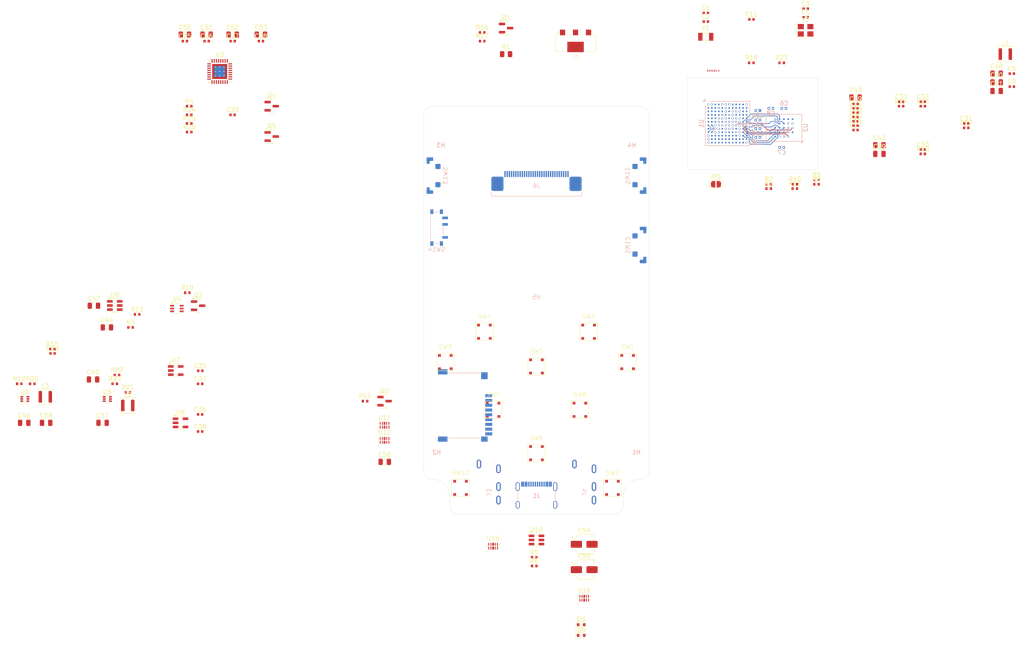
<source format=kicad_pcb>
(kicad_pcb (version 20241229) (generator "pcbnew") (generator_version "9.0")
  (layers (0 "F.Cu" mixed) (4 "In1.Cu" power "F.Gnd") (6 "In2.Cu" power "I.Gnd") (8 "In3.Cu" mixed "I.Cu") (10 "In4.Cu" power "B.Gnd") (2 "B.Cu" mixed) (13 "F.Paste" user) (15 "B.Paste" user) (5 "F.SilkS" user "F.Silkscreen") (7 "B.SilkS" user "B.Silkscreen") (1 "F.Mask" user) (3 "B.Mask" user) (25 "Edge.Cuts" user))
  (net 0 "")
  (net 1 "GND")
  (net 2 "/button_up")
  (net 3 "/button_down")
  (net 4 "/button_left")
  (net 5 "/button_right")
  (net 6 "/button_power")
  (net 7 "/button_select")
  (net 8 "/button_a")
  (net 9 "/button_b")
  (net 10 "/button_x")
  (net 11 "/button_y")
  (net 12 "/button_start")
  (net 13 "/button_vol+")
  (net 14 "/button_vol-")
  (net 15 "/button_hold")
  (net 16 "VBUS")
  (net 17 "/audio/hp_mic")
  (net 18 "/audio/hp_left")
  (net 19 "/audio/hp_com")
  (net 20 "/audio/hp_right")
  (net 21 "/lo_detect")
  (net 22 "+3V0_VBAT")
  (net 23 "+3V3")
  (net 24 "/lcd.d1")
  (net 25 "/lcd.d2")
  (net 26 "/lcd.wrx")
  (net 27 "/lcd.d6")
  (net 28 "/lcd.d3")
  (net 29 "/lcd.rdx")
  (net 30 "/lcd_reset")
  (net 31 "/lcd.d7")
  (net 32 "/lcd.d5")
  (net 33 "/lcd.d0")
  (net 34 "/lcd_led_k")
  (net 35 "/lcd.dcx")
  (net 36 "/lcd.d4")
  (net 37 "/lcd.cs")
  (net 38 "/lcd_led_a")
  (net 39 "+1V8")
  (net 40 "/osc32k_in")
  (net 41 "/osc24m_in")
  (net 42 "/osc32k_out")
  (net 43 "/osc24m_out")
  (net 44 "/audio/dvdd")
  (net 45 "/audio/avdd")
  (net 46 "/audio/lo_right")
  (net 47 "/audio/lo_left")
  (net 48 "/vlxsmps")
  (net 49 "/vfbsmps")
  (net 50 "/cpu_power_on")
  (net 51 "/rtc_wakeup")
  (net 52 "/sdmmc_pwr")
  (net 53 "/sdmmc.cmd")
  (net 54 "/sdmmc.d1")
  (net 55 "/sdmmc.d0")
  (net 56 "/sdmmc.clk")
  (net 57 "/sdmmc.d3")
  (net 58 "/sdmmc_detect")
  (net 59 "/sdmmc.d2")
  (net 60 "/fmc_nwait")
  (net 61 "/hp_micbutton+")
  (net 62 "/hp_micbutton-")
  (net 63 "/boot0")
  (net 64 "/usb_d-")
  (net 65 "/usb_d+")
  (net 66 "/codec_avdd_en")
  (net 67 "/codec_dvdd_en")
  (net 68 "/sdmmc_pwr_en")
  (net 69 "/backlight_pwm")
  (net 70 "/chg_enable")
  (net 71 "/adc_vbus")
  (net 72 "/adc_vbat")
  (net 73 "/codec_reset")
  (net 74 "/audio/micbias")
  (net 75 "/codec_ctl.scl")
  (net 76 "/codec_ctl.sda")
  (net 77 "/chg_charging")
  (net 78 "/codec.wclk")
  (net 79 "/codec.mclk")
  (net 80 "/codec.bclk")
  (net 81 "/codec.drec")
  (net 82 "/codec.dplay")
  (net 83 "/uart_rx")
  (net 84 "/swd.io")
  (net 85 "/xspi_reset")
  (net 86 "/xspi.ck+")
  (net 87 "/xspi.cs")
  (net 88 "/xspi.d1")
  (net 89 "/xspi.d7")
  (net 90 "/xspi.dqs0")
  (net 91 "/xspi.ck-")
  (net 92 "/swd.clk")
  (net 93 "/swd.nrst")
  (net 94 "/xspi.d4")
  (net 95 "/xspi.d5")
  (net 96 "/xspi.d6")
  (net 97 "/xspi.d3")
  (net 98 "/uart_tx")
  (net 99 "/xspi.d0")
  (net 100 "/xspi.d2")
  (net 101 "Net-(U3-MIC2R{slash}LINE2R)")
  (net 102 "Net-(D5-K)")
  (net 103 "Net-(D6-K)")
  (net 104 "Net-(J1-D+-PadA6)")
  (net 105 "Net-(J1-CC2)")
  (net 107 "Net-(J1-D--PadA7)")
  (net 109 "Net-(J1-CC1)")
  (net 148 "/usb_hs_d-")
  (net 149 "/usb_hs_d+")
  (net 150 "/vcap")
  (net 151 "/vddldo")
  (net 152 "/dvdd")
  (net 153 "/power/reg_en")
  (net 154 "/power/power_vsys")
  (net 155 "+3V0_AUDIO")
  (net 156 "VBAT")
  (net 158 "Net-(U5-SW)")
  (net 159 "Net-(U6-SW)")
  (net 160 "Net-(Q3-G)")
  (net 161 "Net-(U9-PROG)")
  (net 162 "Net-(U6-FB)")
  (net 163 "Net-(U5-FB)")
  (footprint "echoplayer:Switch_SHOUHAN_TS3735PA" (layer "F.Cu") (at 157.5 128)
    (property "Reference" "SW8")
    (property "Value" "DPAD→")
  )
  (footprint "echoplayer:Switch_SHOUHAN_TS3735PA" (layer "F.Cu") (at 168.5 117)
    (property "Reference" "SW1")
    (property "Value" "A")
  )
  (footprint "Capacitor_SMD:C_0402_1005Metric" (layer "F.Cu") (at 70.02 133)
    (property "Reference" "C38")
    (property "Value" "1 µF")
  )
  (footprint "Inductor_SMD:L_Changjiang_FNR3015S" (layer "F.Cu") (at 255.5 46)
    (property "Reference" "L1")
    (property "Value" "2.2 µH")
  )
  (footprint "Capacitor_SMD:C_0805_2012Metric" (layer "F.Cu") (at 45.35 121)
    (property "Reference" "C45")
    (property "Value" "4.7 µF")
  )
  (footprint "Resistor_SMD:R_0402_1005Metric" (layer "F.Cu") (at 67.5 61.98)
    (property "Reference" "R25")
    (property "Value" "68 kΩ")
  )
  (footprint "Capacitor_SMD:C_0402_1005Metric" (layer "F.Cu") (at 77.5 60)
    (property "Reference" "C39")
    (property "Value" "1 µF")
  )
  (footprint "Capacitor_SMD:C_0402_1005Metric" (layer "F.Cu") (at 221 63.5)
    (property "Reference" "C17")
    (property "Value" "100 nF")
  )
  (footprint "Resistor_SMD:R_0402_1005Metric" (layer "F.Cu") (at 207.01 77)
    (property "Reference" "R11")
    (property "Value" "15 kΩ")
  )
  (footprint "Capacitor_SMD:C_0805_2012Metric" (layer "F.Cu") (at 66.52 41.5)
    (property "Reference" "C50")
    (property "Value" "10 µF")
  )
  (footprint "Capacitor_SMD:C_0402_1005Metric" (layer "F.Cu") (at 71.52 43)
    (property "Reference" "C26")
    (property "Value" "100 nF")
  )
  (footprint "Capacitor_SMD:C_0805_2012Metric" (layer "F.Cu") (at 34.55 131)
    (property "Reference" "C58")
    (property "Value" "22 µF")
  )
  (footprint "echoplayer:NetTie_0.15mm_SMD" (layer "F.Cu") (at 189.5 49.825 -90)
    (property "Reference" "NT11" (hide yes))
    (property "Value" "NetTie_2" (hide yes))
  )
  (footprint "Capacitor_SMD:C_0402_1005Metric" (layer "F.Cu") (at 231.5 58)
    (property "Reference" "C14")
    (property "Value" "100 nF")
  )
  (footprint "echoplayer:NetTie_0.15mm_SMD" (layer "F.Cu") (at 187.7 49.825 90)
    (property "Reference" "NT1" (hide yes))
    (property "Value" "NetTie_2" (hide yes))
  )
  (footprint "Package_TO_SOT_SMD:SOT-23" (layer "F.Cu") (at 140.5 40)
    (property "Reference" "Q1")
    (property "Value" "AO3401A")
  )
  (footprint "Resistor_SMD:R_0402_1005Metric" (layer "F.Cu") (at 50.35 122)
    (property "Reference" "R23")
    (property "Value" "68 kΩ")
  )
  (footprint "Capacitor_SMD:C_0402_1005Metric" (layer "F.Cu") (at 236.5 68)
    (property "Reference" "C30")
    (property "Value" "1 µF")
  )
  (footprint "Resistor_SMD:R_0402_1005Metric" (layer "F.Cu") (at 53.35 124)
    (property "Reference" "R21")
    (property "Value" "68 kΩ")
  )
  (footprint "Capacitor_SMD:C_0402_1005Metric" (layer "F.Cu") (at 221 60.5)
    (property "Reference" "C23")
    (property "Value" "100 nF")
  )
  (footprint "Capacitor_SMD:C_0402_1005Metric" (layer "F.Cu") (at 231.5 57)
    (property "Reference" "C33")
    (property "Value" "1 µF")
  )
  (footprint "echoplayer:TECHPUBLIC_UDFN-10_1.0x2.5mm_P0.5mm" (layer "F.Cu") (at 137.5 159.4375)
    (property "Reference" "U15")
    (property "Value" "TPAZ1143-04F")
  )
  (footprint "Capacitor_SMD:C_0805_2012Metric" (layer "F.Cu") (at 253.5 52.5)
    (property "Reference" "C40")
    (property "Value" "4.7 µF")
  )
  (footprint "Package_TO_SOT_SMD:SOT-23" (layer "F.Cu") (at 69.5625 104)
    (property "Reference" "Q3")
    (property "Value" "AO3401A")
  )
  (footprint "Resistor_SMD:R_0402_1005Metric" (layer "F.Cu") (at 146.99 162.01)
    (property "Reference" "R5")
    (property "Value" "5.1 kΩ")
  )
  (footprint "echoplayer:NetTie_0.15mm_SMD" (layer "F.Cu") (at 188.9 49.825 90)
    (property "Reference" "NT5" (hide yes))
    (property "Value" "NetTie_2" (hide yes))
  )
  (footprint "Resistor_SMD:R_0402_1005Metric" (layer "F.Cu") (at 134.99 43)
    (property "Reference" "R17")
    (property "Value" "68 kΩ")
  )
  (footprint "Resistor_SMD:R_0402_1005Metric" (layer "F.Cu") (at 28.35 122)
    (property "Reference" "R12")
    (property "Value" "15 kΩ")
  )
  (footprint "Resistor_SMD:R_0805_2012Metric" (layer "F.Cu") (at 140.5 46)
    (property "Reference" "R1")
    (property "Value" "3.9 Ω, 125 mW")
  )
  (footprint "Resistor_SMD:R_0402_1005Metric" (layer "F.Cu") (at 67.5 63.97)
    (property "Reference" "R26")
    (property "Value" "68 kΩ")
  )
  (footprint "Capacitor_SMD:C_0402_1005Metric" (layer "F.Cu") (at 236.5 58)
    (property "Reference" "C13")
    (property "Value" "100 nF")
  )
  (footprint "Package_TO_SOT_SMD:TSOT-23-6" (layer "F.Cu") (at 50.3625 103.95)
    (property "Reference" "U9")
    (property "Value" "TP4057")
  )
  (footprint "Resistor_SMD:R_0402_1005Metric" (layer "F.Cu") (at 212.01 75)
    (property "Reference" "R9")
    (property "Value" "15 kΩ")
  )
  (footprint "Diode_SMD:D_SOD-523" (layer "F.Cu") (at 157.8 180)
    (property "Reference" "D6")
    (property "Value" "ESD5Z3.3C")
  )
  (footprint "Diode_SMD:D_SOD-523" (layer "F.Cu") (at 157.8 177.55)
    (property "Reference" "D5")
    (property "Value" "ESD5Z3.3C")
  )
  (footprint "echoplayer:Switch_SHOUHAN_TS3735PA" (layer "F.Cu") (at 147.5 118)
    (property "Reference" "SW5")
    (property "Value" "DPAD↑")
  )
  (footprint "Resistor_SMD:R_0402_1005Metric" (layer "F.Cu") (at 31.35 122)
    (property "Reference" "R20")
    (property "Value" "68 kΩ")
  )
  (footprint "Capacitor_SMD:C_0402_1005Metric" (layer "F.Cu") (at 186.52 36.53)
    (property "Reference" "C1")
    (property "Value" "10 pF")
  )
  (footprint "Capacitor_SMD:C_0805_2012Metric" (layer "F.Cu") (at 45.55 104)
    (property "Reference" "C47")
    (property "Value" "4.7 µF")
  )
  (footprint "Package_TO_SOT_SMD:SOT-23" (layer "F.Cu") (at 86.5 65)
    (property "Reference" "Q5")
    (property "Value" "AO3401A")
  )
  (footprint "Capacitor_SMD:C_0402_1005Metric" (layer "F.Cu") (at 236.5 69)
    (property "Reference" "C10")
    (property "Value" "100 nF")
  )
  (footprint "Package_DFN_QFN:Texas_RHB0032E_VQFN-32-1EP_5x5mm_P0.5mm_EP3.45x3.45mm_ThermalVias" (layer "F.Cu") (at 74.52 50)
    (property "Reference" "U3")
    (property "Value" "TLV320AIC3104")
  )
  (footprint "Capacitor_SMD:C_0805_2012Metric" (layer "F.Cu") (at 71.52 41.5)
    (property "Reference" "C51")
    (property "Value" "10 µF")
  )
  (footprint "Resistor_SMD:R_0402_1005Metric" (layer "F.Cu") (at 35.99 114)
    (property "Reference" "R15")
    (property "Value" "68 kΩ")
  )
  (footprint "Capacitor_SMD:C_0402_1005Metric" (layer "F.Cu") (at 221 59.5)
    (property "Reference" "C15")
    (property "Value" "100 nF")
  )
  (footprint "Capacitor_SMD:C_0402_1005Metric" (layer "F.Cu") (at 70.02 129.06)
    (property "Reference" "C36")
    (property "Value" "1 µF")
  )
  (footprint "Resistor_SMD:R_0402_1005Metric" (layer "F.Cu") (at 146.99 164)
    (property "Reference" "R6")
    (property "Value" "5.1 kΩ")
  )
  (footprint "Capacitor_SMD:C_0402_1005Metric" (layer "F.Cu") (at 209.52 35.53)
    (property "Reference" "C3")
    (property "Value" "10 pF")
  )
  (footprint "Capacitor_SMD:C_0805_2012Metric" (layer "F.Cu") (at 221 56)
    (property "Reference" "C43")
    (property "Value" "4.7 µF")
  )
  (footprint "echoplayer:Switch_SHOUHAN_TS3735PA" (layer "F.Cu") (at 159.5 110)
    (property "Reference" "SW2")
    (property "Value" "B")
  )
  (footprint "echoplayer:Switch_SHOUHAN_TS3735PA" (layer "F.Cu") (at 130 146)
    (property "Reference" "SW10")
    (property "Value" "SELECT")
  )
  (footprint "Capacitor_SMD:C_0402_1005Metric" (layer "F.Cu") (at 77.52 43)
    (property "Reference" "C27")
    (property "Value" "100 nF")
  )
  (footprint "Resistor_SMD:R_0402_1005Metric" (layer "F.Cu") (at 203.99 48)
    (property "Reference" "R27")
    (property "Value" "68 kΩ")
  )
  (footprint "Resistor_SMD:R_0402_1005Metric" (layer "F.Cu") (at 200.99 76)
    (property "Reference" "R2")
    (property "Value" "2.2 kΩ")
  )
  (footprint "Capacitor_SMD:C_0402_1005Metric" (layer "F.Cu") (at 257 50.5)
    (property "Reference" "C5")
    (property "Value" "220 pF")
  )
  (footprint "Capacitor_SMD:C_0805_2012Metric" (layer "F.Cu") (at 84.02 41.5)
    (property "Reference" "C53")
    (property "Value" "10 µF")
  )
  (footprint "Jumper:SolderJumper-2_P1.3mm_Open_RoundedPad1.0x1.5mm" (layer "F.Cu") (at 188.85 76)
    (property "Reference" "JP1")
    (property "Value" "SolderJumper_2_Open")
  )
  (footprint "echoplayer:NetTie_0.15mm_SMD" (layer "F.Cu") (at 188.1 49.825 90)
    (property "Reference" "NT10" (hide yes))
    (property "Value" "NetTie_2" (hide yes))
  )
  (footprint "Resistor_SMD:R_0402_1005Metric" (layer "F.Cu") (at 67.5 58)
    (property "Reference" "R4")
    (property "Value" "2.2 kΩ")
  )
  (footprint "echoplayer:Switch_SHOUHAN_TS3735PA" (layer "F.Cu") (at 147.5 138)
    (property "Reference" "SW6")
    (property "Value" "DPAD↓")
  )
  (footprint "Package_TO_SOT_SMD:SOT-23-5" (layer "F.Cu") (at 64.4025 118.95)
    (property "Reference" "U7")
    (property "Value" "AP2125K-3.0")
  )
  (footprint "Package_TO_SOT_SMD:SOT-23-5" (layer "F.Cu") (at 65.5 131)
    (property "Reference" "U8")
    (property "Value" "AP2125K-3.0")
  )
  (footprint "Capacitor_SMD:C_0805_2012Metric" (layer "F.Cu") (at 226.5 67)
    (property "Reference" "C42")
    (property "Value" "4.7 µF")
  )
  (footprint "Capacitor_SMD:CP_Elec_4x5.4" (layer "F.Cu") (at 158.5 164.85)
    (property "Reference" "C55")
    (property "Value" "10 µF/Al")
  )
  (footprint "Capacitor_SMD:C_0402_1005Metric" (layer "F.Cu") (at 221 57.5)
    (property "Reference" "C19")
    (property "Value" "100 nF")
  )
  (footprint "Capacitor_SMD:CP_Elec_4x5.4" (layer "F.Cu") (at 158.5 159)
    (property "Reference" "C54")
    (property "Value" "10 µF/Al")
  )
  (footprint "Capacitor_SMD:C_0805_2012Metric" (layer "F.Cu") (at 253.5 50.5)
    (property "Reference" "C48")
    (property "Value" "10 µF")
  )
  (footprint "Capacitor_SMD:C_0402_1005Metric" (layer "F.Cu") (at 257 53.5)
    (property "Reference" "C9")
    (property "Value" "100 nF")
  )
  (footprint "Crystal:Crystal_SMD_3225-4Pin_3.2x2.5mm" (layer "F.Cu") (at 209.5 40.5)
    (property "Reference" "Y2")
    (property "Value" "XTM32024000JT00351001")
  )
  (footprint "Resistor_SMD:R_0402_1005Metric" (layer "F.Cu") (at 67.5 59.99)
    (property "Reference" "R24")
    (property "Value" "68 kΩ")
  )
  (footprint "echoplayer:NetTie_0.15mm_SMD" (layer "F.Cu") (at 186.9 49.825 90)
    (property "Reference" "NT6" (hide yes))
    (property "Value" "NetTie_2" (hide yes))
  )
  (footprint "Package_TO_SOT_SMD:SOT-563" (layer "F.Cu") (at 48.6375 125.5)
    (property "Reference" "U5")
    (property "Value" "TPS62A01DRLR")
  )
  (footprint "Capacitor_SMD:C_0402_1005Metric" (layer "F.Cu") (at 197.02 38)
    (property "Reference" "C11")
    (property "Value" "100 nF")
  )
  (footprint "Resistor_SMD:R_0402_1005Metric" (layer "F.Cu") (at 196.99 48)
    (property "Reference" "R18")
    (property "Value" "68 kΩ")
  )
  (footprint "echoplayer:NetTie_0.15mm_SMD" (layer "F.Cu") (at 188.5 49.825 90)
    (property "Reference" "NT4" (hide yes))
    (property "Value" "NetTie_2" (hide yes))
  )
  (footprint "Package_TO_SOT_SMD:Texas_R-PDSO-G6" (layer "F.Cu") (at 64.6625 104.65)
    (property "Reference" "U4")
    (property "Value" "LM66100DCK")
  )
  (footprint "echoplayer:TECHPUBLIC_UDFN-10_1.0x2.5mm_P0.5mm" (layer "F.Cu") (at 158.5 171.4375)
    (property "Reference" "U16")
    (property "Value" "TPAZ1143-04F")
  )
  (footprint "echoplayer:Switch_SHOUHAN_TS3735PA" (layer "F.Cu") (at 137.5 128)
    (property "Reference" "SW7")
    (property "Value" "DPAD←")
  )
  (footprint "Capacitor_SMD:C_0402_1005Metric" (layer "F.Cu") (at 221 62.5)
    (property "Reference" "C16")
    (property "Value" "100 nF")
  )
  (footprint "Resistor_SMD:R_0402_1005Metric" (layer "F.Cu") (at 50.86 120)
    (property "Reference" "R22")
    (property "Value" "68 kΩ")
  )
  (footprint "Inductor_SMD:L_Changjiang_FNR3015S" (layer "F.Cu") (at 53.35 127)
    (property "Reference" "L2")
    (property "Value" "2.2 µH")
  )
  (footprint "echoplayer:TECHPUBLIC_UDFN-10_1.0x2.5mm_P0.5mm" (layer "F.Cu") (at 112.5 131.5625)
    (property "Reference" "U11")
    (property "Value" "TPAZ1143-04F")
  )
  (footprint "Crystal:Crystal_SMD_3215-2Pin_3.2x1.5mm" (layer "F.Cu") (at 186.5 42)
    (property "Reference" "Y1")
    (property "Value" "SC-32S32.768kHz20PPM12.5pF")
  )
  (footprint "echoplayer:Switch_SHOUHAN_TS3735PA" (layer "F.Cu") (at 126.5 117)
    (property "Reference" "SW3")
    (property "Value" "X")
  )
  (footprint "Capacitor_SMD:C_0402_1005Metric" (layer "F.Cu") (at 84.02 43)
    (property "Reference" "C28")
    (property "Value" "100 nF")
  )
  (footprint "Resistor_SMD:R_0402_1005Metric" (layer "F.Cu") (at 134.99 41.01)
    (property "Reference" "R16")
    (property "Value" "68 kΩ")
  )
  (footprint "Capacitor_SMD:C_0805_2012Metric" (layer "F.Cu") (at 48.55 109)
    (property "Reference" "C44")
    (property "Value" "4.7 µF")
  )
  (footprint "Capacitor_SMD:C_0402_1005Metric" (layer "F.Cu") (at 186.52 38.5)
    (property "Reference" "C2")
    (property "Value" "10 pF")
  )
  (footprint "Capacitor_SMD:C_0402_1005Metric" (layer "F.Cu") (at 36.02 115)
    (property "Reference" "C29")
    (property "Value" "1 µF")
  )
  (footprint "echoplayer:Conn_GT-BTP30003-xxxxA-016A" (layer "F.Cu") (at 156.5 42.35)
    (property "Reference" "J5")
    (property "Value" "GT-BTP30003-xxxA-16A")
  )
  (footprint "echoplayer:Switch_SHOUHAN_TS3735PA" (layer "F.Cu") (at 165 146)
    (property "Reference" "SW9")
    (property "Value" "START")
  )
  (footprint "Resistor_SMD:R_0402_1005Metric" (layer "F.Cu") (at 55.5 106)
    (property "Reference" "R13")
    (property "Value" "15 kΩ")
  )
  (footprint "Resistor_SMD:R_0402_1005Metric" (layer "F.Cu") (at 212.01 76)
    (property "Reference" "R8")
    (property "Value" "15 kΩ")
  )
  (footprint "Inductor_SMD:L_Changjiang_FNR3015S" (layer "F.Cu") (at 34.35 125)
    (property "Reference" "L3")
    (property "Value" "2.2 µH")
  )
  (footprint "Package_TO_SOT_SMD:SOT-23" (layer "F.Cu") (at 112.5 126)
    (property "Reference" "Q2")
    (property "Value" "AO3401A")
  )
  (footprint "Capacitor_SMD:C_0402_1005Metric" (layer "F.Cu") (at 221 58.5)
    (property "Reference" "C21")
    (property "Value" "100 nF")
  )
  (footprint "Capacitor_SMD:C_0805_2012Metric" (layer "F.Cu") (at 77.52 41.5)
    (property "Reference" "C52")
    (property "Value" "10 µF")
  )
  (footprint "Capacitor_SMD:C_0402_1005Metric" (layer "F.Cu") (at 209.52 37.5)
    (property "Reference" "C4")
    (property "Value" "10 pF")
  )
  (footprint "Capacitor_SMD:C_0402_1005Metric" (layer "F.Cu") (at 236.5 57)
    (property "Reference" "C32")
    (property "Value" "1 µF")
  )
  (footprint "Resistor_SMD:R_0402_1005Metric" (layer "F.Cu") (at 108.01 126)
    (property "Reference" "R14")
    (property "Value" "68 kΩ")
  )
  (footprint "Package_TO_SOT_SMD:SOT-23" (layer "F.Cu") (at 86.5 58)
    (property "Reference" "Q4")
    (property "Value" "AO3401A")
  )
  (footprint "echoplayer:TECHPUBLIC_UDFN-10_1.0x2.5mm_P0.5mm" (layer "F.Cu") (at 112.5 135.0475)
    (property "Reference" "U12")
    (property "Value" "TPAZ1143-04F")
  )
  (footprint "Capacitor_SMD:C_0402_1005Metric" (layer "F.Cu") (at 246.5 62)
    (property "Reference" "C31")
    (property "Value" "1 µF")
  )
  (footprint "Resistor_SMD:R_0402_1005Metric" (layer "F.Cu") (at 207.01 76)
    (property "Reference" "R10")
    (property "Value" "15 kΩ")
  )
  (footprint "echoplayer:Switch_SHOUHAN_TS3735PA" (layer "F.Cu") (at 135.5 110)
    (property "Reference" "SW4")
    (property "Value" "Y")
  )
  (footprint "Capacitor_SMD:C_0402_1005Metric" (layer "F.Cu") (at 70.06 119)
    (property "Reference" "C35")
    (property "Value" "1 µF")
  )
  (footprint "Resistor_SMD:R_0402_1005Metric" (layer "F.Cu") (at 200.99 77)
    (property "Reference" "R7")
    (property "Value" "5.1 kΩ")
  )
  (footprint "Capacitor_SMD:C_0402_1005Metric" (layer "F.Cu") (at 246.5 63)
    (property "Reference" "C12")
    (property "Value" "100 nF")
  )
  (footprint "Capacitor_SMD:C_0805_2012Metric" (layer "F.Cu") (at 112.55 140)
    (property "Reference" "C56")
    (property "Value" "22 µF")
  )
  (footprint "Resistor_SMD:R_0402_1005Metric" (layer "F.Cu") (at 53.99 109)
    (property "Reference" "R3")
    (property "Value" "2.2 kΩ")
  )
  (footprint "Capacitor_SMD:C_0402_1005Metric" (layer "F.Cu") (at 70.02 122)
    (property "Reference" "C37")
    (property "Value" "1 µF")
  )
  (footprint "Package_TO_SOT_SMD:SOT-23-6" (layer "F.Cu") (at 147.5 158)
    (property "Reference" "U10")
    (property "Value" "USBLC6-2SC6")
  )
  (footprint "Capacitor_SMD:C_0805_2012Metric" (layer "F.Cu") (at 29.5 131)
    (property "Reference" "C46")
    (property "Value" "4.7 µF")
  )
  (footprint "Capacitor_SMD:C_0805_2012Metric" (layer "F.Cu") (at 47.55 131)
    (property "Reference" "C57")
    (property "Value" "22 µF")
  )
  (footprint "Capacitor_SMD:C_0402_1005Metric" (layer "F.Cu") (at 66.52 43)
    (property "Reference" "C25")
    (property "Value" "100 nF")
  )
  (footprint "Resistor_SMD:R_0402_1005Metric" (layer "F.Cu") (at 67.0525 101)
    (property "Reference" "R19")
    (property "Value" "68 kΩ")
  )
  (footprint "Package_TO_SOT_SMD:SOT-563" (layer "F.Cu") (at 29.6375 125.5)
    (property "Reference" "U6")
    (property "Value" "TPS62A01DRLR")
  )
  (footprint "Capacitor_SMD:C_0805_2012Metric" (layer "F.Cu") (at 226.5 69)
    (property "Reference" "C49")
    (property "Value" "10 µF")
  )
  (footprint "Capacitor_SMD:C_0805_2012Metric" (layer "F.Cu") (at 253.5 54.5)
    (property "Reference" "C41")
    (property "Value" "4.7 µF")
  )
  (footprint "echoplayer:NetTie_0.15mm_SMD" (layer "F.Cu") (at 187.3 49.825 90)
    (property "Reference" "NT7" (hide yes))
    (property "Value" "NetTie_2" (hide yes))
  )
  (footprint "Capacitor_SMD:C_0402_1005Metric" (layer "F.Cu") (at 221 61.5)
    (property "Reference" "C24")
    (property "Value" "100 nF")
  )
  (footprint "Package_BGA:UFBGA-144_10x10mm_Layout12x12_P0.8mm" (layer "B.Cu") (at 191.5 62 -90)
    (property "Reference" "U1")
    (property "Value" "STM32H7R3Z8Jx")
  )
  (footprint "Capacitor_SMD:C_0402_1005Metric" (layer "B.Cu") (at 204 67.5)
    (property "Reference" "C7")
    (property "Value" "100 nF")
  )
  (footprint "MountingHole:MountingHole_2.2mm_M2" (layer "B.Cu") (at 170.5 141 180)
    (property "Reference" "H1")
    (property "Value" "M2x2mm")
  )
  (footprint "echoplayer:Jack_3.5mm_HCTL_HC-PJ-320A-4P-D" (layer "B.Cu") (at 158.5 147 90)
    (property "Reference" "J4")
    (property "Value" "LO_3.5mm")
  )
  (footprint "Capacitor_SMD:C_0402_1005Metric" (layer "B.Cu") (at 198.5 65.2)
    (property "Reference" "C18")
    (property "Value" "100 nF")
  )
  (footprint "echoplayer:Switch_HROPARTS_K2-1112SA-A4DW-01" (layer "B.Cu") (at 171.5 90 90)
    (property "Reference" "SW12")
    (property "Value" "VOL-")
  )
  (footprint "echoplayer:Conn_Jushuo_AFC07-S30ECA-00_RTL" (layer "B.Cu") (at 147.5 74.35 180)
    (property "Reference" "J6")
    (property "Value" "AFC07-S30ECA-00")
  )
  (footprint "echoplayer:Switch_SHOUHAN_MSK12C02-HB" (layer "B.Cu") (at 124.5 86 -90)
    (property "Reference" "SW14")
    (property "Value" "HOLD")
  )
  (footprint "echoplayer:Jack_3.5mm_HCTL_HC-PJ-320A-4P-D" (layer "B.Cu") (at 136.5 147 90)
    (property "Reference" "J3")
    (property "Value" "HP_3.5mm")
  )
  (footprint "Capacitor_SMD:C_0402_1005Metric" (layer "B.Cu") (at 201.5 58.5)
    (property "Reference" "C8")
    (property "Value" "100 nF")
  )
  (footprint "Capacitor_SMD:C_0402_1005Metric" (layer "B.Cu") (at 198.5 61.2)
    (property "Reference" "C22")
    (property "Value" "100 nF")
  )
  (footprint "echoplayer:Switch_HROPARTS_K2-1112SA-A4DW-01" (layer "B.Cu") (at 123.5 74 -90)
    (property "Reference" "SW13")
    (property "Value" "POWER")
  )
  (footprint "echoplayer:USB_C-Hroparts-TYPE-C-31-M-12" (layer "B.Cu") (at 147.5 146.21 180)
    (property "Reference" "J1")
    (property "Value" "TYPE-C-31-M-12")
  )
  (footprint "echoplayer:NetTie_0.10mm_SMD" (layer "B.Cu") (at 187.5 63.2 -90)
    (property "Reference" "NT9" (hide yes))
    (property "Value" "NetTie_2" (hide yes))
  )
  (footprint "MountingHole:MountingHole_4mm" (layer "B.Cu") (at 125.5 62)
    (property "Reference" "H3")
    (property "Value" "4mm")
  )
  (footprint "echoplayer:Slot_38x2mm" (layer "B.Cu") (at 147.5 104 180)
    (property "Reference" "H5")
    (property "Value" "38x2mm")
  )
  (footprint "Capacitor_SMD:C_0402_1005Metric" (layer "B.Cu") (at 198.5 59)
    (property "Reference" "C34")
    (property "Value" "1 µF")
  )
  (footprint "MountingHole:MountingHole_4mm" (layer "B.Cu") (at 169.5 62)
    (property "Reference" "H4")
    (property "Value" "4mm")
  )
  (footprint "echoplayer:microSD_XUNPU_TF-115" (layer "B.Cu") (at 129.5 127 90)
    (property "Reference" "J2" (hide yes))
    (property "Value" "TF-115")
  )
  (footprint "echoplayer:Switch_HROPARTS_K2-1112SA-A4DW-01" (layer "B.Cu") (at 171.5 74 90)
    (property "Reference" "SW11")
    (property "Value" "VOL+")
  )
  (footprint "MountingHole:MountingHole_2.2mm_M2" (layer "B.Cu") (at 124.5 141 180)
    (property "Reference" "H2")
    (property "Value" "M2x2mm")
  )
  (footprint "Capacitor_SMD:C_0402_1005Metric" (layer "B.Cu") (at 198.5 63.2)
    (property "Reference" "C20")
    (property "Value" "100 nF")
  )
  (footprint "Capacitor_SMD:C_0402_1005Metric" (layer "B.Cu") (at 204.5 58.5 180)
    (property "Reference" "C6")
    (property "Value" "100 nF")
  )
  (footprint "echoplayer:TFBGA-24_6x8mm_Layout5x5_P1.0mm_Ball0.4mm" (layer "B.Cu") (at 204.5 63 90)
    (property "Reference" "U2")
    (property "Value" "W958D8NBYA5I")
  )
  (footprint "echoplayer:NetTie_0.10mm_SMD" (layer "B.Cu") (at 188.3 63.2 -90)
    (property "Reference" "NT8" (hide yes))
    (property "Value" "NetTie_2" (hide yes))
  )
  (gr_line (start 129.5 152) (end 165.5 152) (stroke (width 0.05)) (layer "Edge.Cuts"))
  (gr_arc (start 121.5 60) (mid 122.085786 58.585786) (end 123.5 58) (stroke (width 0.05)) (layer "Edge.Cuts"))
  (gr_line (start 127.5 150) (end 127.5 148) (stroke (width 0.05)) (layer "Edge.Cuts"))
  (gr_arc (start 123.5 144) (mid 126.328427 145.171573) (end 127.5 148) (stroke (width 0.05)) (layer "Edge.Cuts"))
  (gr_arc (start 173.5 142) (mid 172.914214 143.414214) (end 171.5 144) (stroke (width 0.05)) (layer "Edge.Cuts"))
  (gr_line (start 167.5 150) (end 167.5 148) (stroke (width 0.05)) (layer "Edge.Cuts"))
  (gr_arc (start 129.5 152) (mid 128.085786 151.414214) (end 127.5 150) (stroke (width 0.05)) (layer "Edge.Cuts"))
  (gr_line (start 121.5 60) (end 121.5 142) (stroke (width 0.05)) (layer "Edge.Cuts"))
  (gr_arc (start 167.5 150) (mid 166.914214 151.414214) (end 165.5 152) (stroke (width 0.05)) (layer "Edge.Cuts"))
  (gr_line (start 171.5 58) (end 123.5 58) (stroke (width 0.05)) (layer "Edge.Cuts"))
  (gr_line (start 173.5 142) (end 173.5 60) (stroke (width 0.05)) (layer "Edge.Cuts"))
  (gr_arc (start 171.5 58) (mid 172.914214 58.585786) (end 173.5 60) (stroke (width 0.05)) (layer "Edge.Cuts"))
  (gr_rect (start 182.3 51.4) (end 212.3 72.6) (stroke (width 0.05)) (fill no) (layer "Edge.Cuts"))
  (gr_arc (start 167.5 148) (mid 168.671573 145.171573) (end 171.5 144) (stroke (width 0.05)) (layer "Edge.Cuts"))
  (gr_arc (start 123.5 144) (mid 122.085786 143.414214) (end 121.5 142) (stroke (width 0.05)) (layer "Edge.Cuts"))
  (via (at 204.5 65) (size 0.45) (drill 0.3) (layers "F.Cu" "B.Cu") (net 1))
  (via (at 189.5 62.4) (size 0.45) (drill 0.3) (layers "F.Cu" "B.Cu") (net 1))
  (via (at 187.1 66.4) (size 0.45) (drill 0.3) (layers "F.Cu" "B.Cu") (net 1))
  (via (at 204.48 67.5) (size 0.45) (drill 0.3) (layers "F.Cu" "B.Cu") (net 1))
  (via (at 192.7 62.4) (size 0.45) (drill 0.3) (layers "F.Cu" "B.Cu") (net 1))
  (via (at 198.98 61.2) (size 0.45) (drill 0.3) (layers "F.Cu" "B.Cu") (net 1))
  (via (at 205.5 63) (size 0.45) (drill 0.3) (layers "F.Cu" "B.Cu") (net 1))
  (via (at 188.7 64) (size 0.45) (drill 0.3) (layers "F.Cu" "B.Cu") (net 1))
  (via (at 204.02 58.5) (size 0.45) (drill 0.3) (layers "F.Cu" "B.Cu") (net 1))
  (via (at 189.5 58.4) (size 0.45) (drill 0.3) (layers "F.Cu" "B.Cu") (net 1))
  (via (at 192.7 60) (size 0.45) (drill 0.3) (layers "F.Cu" "B.Cu") (net 1))
  (via (at 189.5 63.2) (size 0.45) (drill 0.3) (layers "F.Cu" "B.Cu") (net 1))
  (via (at 194.3 61.6) (size 0.45) (drill 0.3) (layers "F.Cu" "B.Cu") (net 1))
  (via (at 195.9 57.6) (size 0.45) (drill 0.3) (layers "F.Cu" "B.Cu") (net 1))
  (via (at 192.7 60.8) (size 0.45) (drill 0.3) (layers "F.Cu" "B.Cu") (net 1))
  (via (at 195.9 66.4) (size 0.45) (drill 0.3) (layers "F.Cu" "B.Cu") (net 1))
  (via (at 190.3 62.4) (size 0.45) (drill 0.3) (layers "F.Cu" "B.Cu") (net 1))
  (via (at 194.3 64.8) (size 0.45) (drill 0.3) (layers "F.Cu" "B.Cu") (net 1))
  (via (at 192.7 59.2) (size 0.45) (drill 0.3) (layers "F.Cu" "B.Cu") (net 1))
  (via (at 201.98 58.5) (size 0.45) (drill 0.3) (layers "F.Cu" "B.Cu") (net 1))
  (via (at 190.3 57.6) (size 0.45) (drill 0.3) (layers "F.Cu" "B.Cu") (net 1))
  (via (at 191.9 63.2) (size 0.45) (drill 0.3) (layers "F.Cu" "B.Cu") (net 1))
  (via (at 191.9 57.6) (size 0.45) (drill 0.3) (layers "F.Cu" "B.Cu") (net 1))
  (via (at 198.98 65.2) (size 0.45) (drill 0.3) (layers "F.Cu" "B.Cu") (net 1))
  (via (at 191.1 60.8) (size 0.45) (drill 0.3) (layers "F.Cu" "B.Cu") (net 1))
  (via (at 187.1 57.6) (size 0.45) (drill 0.3) (layers "F.Cu" "B.Cu") (net 1))
  (via (at 202.5 61) (size 0.45) (drill 0.3) (layers "F.Cu" "B.Cu") (net 1))
  (via (at 198.98 63.2) (size 0.45) (drill 0.3) (layers "F.Cu" "B.Cu") (net 1))
  (via (at 194.3 63.2) (size 0.45) (drill 0.3) (layers "F.Cu" "B.Cu") (net 1))
  (via (at 189.5 60.8) (size 0.45) (drill 0.3) (layers "F.Cu" "B.Cu") (net 1))
  (via (at 187.9 63.2) (size 0.45) (drill 0.3) (layers "F.Cu" "B.Cu") (net 16))
  (via (at 188.7 62.4) (size 0.45) (drill 0.3) (layers "F.Cu" "B.Cu") (net 16))
  (via (at 194.3 59.2) (size 0.45) (drill 0.3) (layers "F.Cu" "B.Cu") (net 22))
  (via (at 193.5 59.2) (size 0.45) (drill 0.3) (layers "F.Cu" "B.Cu") (net 22))
  (via (at 187.9 57.6) (size 0.45) (drill 0.3) (layers "F.Cu" "B.Cu") (net 22))
  (via (at 193.5 64) (size 0.45) (drill 0.3) (layers "F.Cu" "B.Cu") (net 23))
  (via (at 191.9 60) (size 0.45) (drill 0.3) (layers "F.Cu" "B.Cu") (net 23))
  (via (at 189.5 61.6) (size 0.45) (drill 0.3) (layers "F.Cu" "B.Cu") (net 23))
  (via (at 191.1 64) (size 0.45) (drill 0.3) (layers "F.Cu" "B.Cu") (net 23))
  (via (at 187.1 65.6) (size 0.45) (drill 0.3) (layers "F.Cu" "B.Cu") (net 23))
  (via (at 187.1 64.8) (size 0.45) (drill 0.3) (layers "F.Cu" "B.Cu") (net 23))
  (via (at 193.5 60.8) (size 0.45) (drill 0.3) (layers "F.Cu" "B.Cu") (net 23))
  (via (at 190.3 60) (size 0.45) (drill 0.3) (layers "F.Cu" "B.Cu") (net 23))
  (via (at 191.1 58.4) (size 0.45) (drill 0.3) (layers "F.Cu" "B.Cu") (net 23))
  (via (at 189.5 64) (size 0.45) (drill 0.3) (layers "F.Cu" "B.Cu") (net 23))
  (via (at 198.02 63.2) (size 0.45) (drill 0.3) (layers "F.Cu" "B.Cu") (net 39))
  (via (at 198.02 61.2) (size 0.45) (drill 0.3) (layers "F.Cu" "B.Cu") (net 39))
  (via (at 194.3 62.4) (size 0.45) (drill 0.3) (layers "F.Cu" "B.Cu") (net 39))
  (via (at 201.02 58.5) (size 0.45) (drill 0.3) (layers "F.Cu" "B.Cu") (net 39))
  (via (at 203.52 67.5) (size 0.45) (drill 0.3) (layers "F.Cu" "B.Cu") (net 39))
  (via (at 194.3 64) (size 0.45) (drill 0.3) (layers "F.Cu" "B.Cu") (net 39))
  (via (at 203.5 65) (size 0.45) (drill 0.3) (layers "F.Cu" "B.Cu") (net 39))
  (via (at 202.5 62) (size 0.45) (drill 0.3) (layers "F.Cu" "B.Cu") (net 39))
  (via (at 194.3 60.8) (size 0.45) (drill 0.3) (layers "F.Cu" "B.Cu") (net 39))
  (via (at 204.98 58.5) (size 0.45) (drill 0.3) (layers "F.Cu" "B.Cu") (net 39))
  (via (at 198.02 65.2) (size 0.45) (drill 0.3) (layers "F.Cu" "B.Cu") (net 39))
  (via (at 198.02 59) (size 0.45) (drill 0.3) (layers "F.Cu" "B.Cu") (net 39))
  (via (at 205.5 62) (size 0.45) (drill 0.3) (layers "F.Cu" "B.Cu") (net 39))
  (via (at 191.1 57.6) (size 0.45) (drill 0.3) (layers "F.Cu" "B.Cu") (net 48))
  (via (at 191.1 59.2) (size 0.45) (drill 0.3) (layers "F.Cu" "B.Cu") (net 49))
  (segment (start 187.9 62.4) (end 188.3 62.8) (width 0.1) (layer "B.Cu") (net 64))
  (segment (start 188.3 63.075) (end 188.3 62.8) (width 0.1) (layer "B.Cu") (net 64))
  (segment (start 187.5 63.075) (end 187.5 62.8) (width 0.1) (layer "B.Cu") (net 65))
  (segment (start 187.5 62.8) (end 187.1 62.4) (width 0.1) (layer "B.Cu") (net 65))
  (via (at 193.5 61.6) (size 0.45) (drill 0.3) (layers "F.Cu" "B.Cu") (net 85))
  (via (at 206.495627 62.006085) (size 0.45) (drill 0.3) (layers "F.Cu" "B.Cu") (net 85))
  (segment (start 196.372488 64.025) (end 205.475 64.025) (width 0.15) (layer "F.Cu") (net 86))
  (segment (start 195.675 62.625) (end 195.675 63.327512) (width 0.15) (layer "F.Cu") (net 86))
  (segment (start 195.9 62.4) (end 195.675 62.625) (width 0.15) (layer "F.Cu") (net 86))
  (segment (start 205.475 64.025) (end 205.5 64) (width 0.15) (layer "F.Cu") (net 86))
  (segment (start 195.675 63.327512) (end 196.372488 64.025) (width 0.15) (layer "F.Cu") (net 86))
  (via (at 205.5 64) (size 0.45) (drill 0.3) (layers "F.Cu" "B.Cu") (net 86))
  (via (at 195.9 62.4) (size 0.45) (drill 0.3) (layers "F.Cu" "B.Cu") (net 86))
  (segment (start 200.75 63.5) (end 199.25 62) (width 0.15) (layer "F.Cu") (net 87))
  (segment (start 199.25 62) (end 196.7 62) (width 0.15) (layer "F.Cu") (net 87))
  (segment (start 193.9 62) (end 193.5 62.4) (width 0.1) (layer "F.Cu") (net 87))
  (segment (start 206 63.5) (end 200.75 63.5) (width 0.15) (layer "F.Cu") (net 87))
  (segment (start 196.7 62) (end 193.9 62) (width 0.1) (layer "F.Cu") (net 87))
  (segment (start 206.5 63) (end 206 63.5) (width 0.15) (layer "F.Cu") (net 87))
  (via (at 206.5 63) (size 0.45) (drill 0.3) (layers "F.Cu" "B.Cu") (net 87))
  (via (at 193.5 62.4) (size 0.45) (drill 0.3) (layers "F.Cu" "B.Cu") (net 87))
  (segment (start 203 64.75) (end 203.5 64.25) (width 0.15) (layer "B.Cu") (net 88))
  (segment (start 195.5 65.2) (end 196.3 65.2) (width 0.15) (layer "B.Cu") (net 88))
  (segment (start 195.1 64.8) (end 195.5 65.2) (width 0.15) (layer "B.Cu") (net 88))
  (segment (start 203.5 64.25) (end 203.5 64) (width 0.15) (layer "B.Cu") (net 88))
  (segment (start 201.45 66.8) (end 203 65.25) (width 0.15) (layer "B.Cu") (net 88))
  (segment (start 196.5 66.4) (end 196.9 66.8) (width 0.15) (layer "B.Cu") (net 88))
  (segment (start 196.3 65.2) (end 196.5 65.4) (width 0.15) (layer "B.Cu") (net 88))
  (segment (start 203 65.25) (end 203 64.75) (width 0.15) (layer "B.Cu") (net 88))
  (segment (start 196.5 65.4) (end 196.5 66.4) (width 0.15) (layer "B.Cu") (net 88))
  (segment (start 196.9 66.8) (end 201.45 66.8) (width 0.15) (layer "B.Cu") (net 88))
  (segment (start 201.1 66.4) (end 202.5 65) (width 0.15) (layer "B.Cu") (net 89))
  (segment (start 196.9 65.8) (end 197.5 66.4) (width 0.15) (layer "B.Cu") (net 89))
  (segment (start 195.9 64.8) (end 196.5 64.8) (width 0.15) (layer "B.Cu") (net 89))
  (segment (start 197.5 66.4) (end 201.1 66.4) (width 0.15) (layer "B.Cu") (net 89))
  (segment (start 196.9 65.2) (end 196.9 65.8) (width 0.15) (layer "B.Cu") (net 89))
  (segment (start 196.5 64.8) (end 196.9 65.2) (width 0.15) (layer "B.Cu") (net 89))
  (segment (start 195.5 64.4) (end 196.9 64.4) (width 0.15) (layer "B.Cu") (net 90))
  (segment (start 195.1 64) (end 195.5 64.4) (width 0.15) (layer "B.Cu") (net 90))
  (segment (start 197.3 65.6) (end 197.7 66) (width 0.15) (layer "B.Cu") (net 90))
  (segment (start 200.7 66) (end 202.2 64.5) (width 0.15) (layer "B.Cu") (net 90))
  (segment (start 202.2 64.5) (end 202.75 64.5) (width 0.15) (layer "B.Cu") (net 90))
  (segment (start 203 63.75) (end 203.25 63.5) (width 0.15) (layer "B.Cu") (net 90))
  (segment (start 203.25 63.5) (end 204 63.5) (width 0.15) (layer "B.Cu") (net 90))
  (segment (start 203 64.25) (end 203 63.75) (width 0.15) (layer "B.Cu") (net 90))
  (segment (start 196.9 64.4) (end 197.3 64.8) (width 0.15) (layer "B.Cu") (net 90))
  (segment (start 197.3 64.8) (end 197.3 65.6) (width 0.15) (layer "B.Cu") (net 90))
  (segment (start 197.7 66) (end 200.7 66) (width 0.15) (layer "B.Cu") (net 90))
  (segment (start 202.75 64.5) (end 203 64.25) (width 0.15) (layer "B.Cu") (net 90))
  (segment (start 204 63.5) (end 204.5 63) (width 0.15) (layer "B.Cu") (net 90))
  (segment (start 204.875 64.375) (end 205.5 65) (width 0.15) (layer "F.Cu") (net 91))
  (segment (start 195.1 62.4) (end 195.325 62.625) (width 0.15) (layer "F.Cu") (net 91))
  (segment (start 195.325 63.472488) (end 196.227512 64.375) (width 0.15) (layer "F.Cu") (net 91))
  (segment (start 195.325 62.625) (end 195.325 63.472488) (width 0.15) (layer "F.Cu") (net 91))
  (segment (start 196.227512 64.375) (end 204.875 64.375) (width 0.15) (layer "F.Cu") (net 91))
  (via (at 195.1 62.4) (size 0.45) (drill 0.3) (layers "F.Cu" "B.Cu") (net 91))
  (via (at 205.5 65) (size 0.45) (drill 0.3) (layers "F.Cu" "B.Cu") (net 91))
  (segment (start 203.5 60.2) (end 203.1 59.8) (width 0.15) (layer "B.Cu") (net 94))
  (segment (start 196.9 59.8) (end 195.9 60.8) (width 0.15) (layer "B.Cu") (net 94))
  (segment (start 203.5 61) (end 203.5 60.2) (width 0.15) (layer "B.Cu") (net 94))
  (segment (start 203.1 59.8) (end 196.9 59.8) (width 0.15) (layer "B.Cu") (net 94))
  (segment (start 201.7 63.4) (end 202.1 63.4) (width 0.15) (layer "B.Cu") (net 95))
  (segment (start 202.1 63.4) (end 202.5 63) (width 0.15) (layer "B.Cu") (net 95))
  (segment (start 197.3 63.6) (end 197.7 64) (width 0.15) (layer "B.Cu") (net 95))
  (segment (start 201.1 64) (end 201.7 63.4) (width 0.15) (layer "B.Cu") (net 95))
  (segment (start 197.7 64) (end 201.1 64) (width 0.15) (layer "B.Cu") (net 95))
  (segment (start 195.9 63.2) (end 196.3 63.2) (width 0.15) (layer "B.Cu") (net 95))
  (segment (start 196.3 63.2) (end 196.7 63.6) (width 0.15) (layer "B.Cu") (net 95))
  (segment (start 196.7 63.6) (end 197.3 63.6) (width 0.15) (layer "B.Cu") (net 95))
  (segment (start 195.9 64) (end 197.1 64) (width 0.15) (layer "B.Cu") (net 96))
  (segment (start 197.5 64.4) (end 201.3 64.4) (width 0.15) (layer "B.Cu") (net 96))
  (segment (start 201.7 64) (end 202.5 64) (width 0.15) (layer "B.Cu") (net 96))
  (segment (start 201.3 64.4) (end 201.7 64) (width 0.15) (layer "B.Cu") (net 96))
  (segment (start 197.1 64) (end 197.5 64.4) (width 0.15) (layer "B.Cu") (net 96))
  (segment (start 203.200614 62) (end 202.700614 61.5) (width 0.15) (layer "B.Cu") (net 97))
  (segment (start 201.6 61.5) (end 201.1 62) (width 0.15) (layer "B.Cu") (net 97))
  (segment (start 203.5 62) (end 203.200614 62) (width 0.15) (layer "B.Cu") (net 97))
  (segment (start 196.9 62) (end 196.5 61.6) (width 0.15) (layer "B.Cu") (net 97))
  (segment (start 201.1 62) (end 196.9 62) (width 0.15) (layer "B.Cu") (net 97))
  (segment (start 196.5 61.6) (end 195.9 61.6) (width 0.15) (layer "B.Cu") (net 97))
  (segment (start 202.700614 61.5) (end 201.6 61.5) (width 0.15) (layer "B.Cu") (net 97))
  (segment (start 202 62.5) (end 203 62.5) (width 0.15) (layer "B.Cu") (net 99))
  (segment (start 199.7 62.4) (end 200.1 62.8) (width 0.15) (layer "B.Cu") (net 99))
  (segment (start 196.5 62.8) (end 197.1 62.8) (width 0.15) (layer "B.Cu") (net 99))
  (segment (start 195.5 62.8) (end 196.5 62.8) (width 0.1) (layer "B.Cu") (net 99))
  (segment (start 195.1 63.2) (end 195.5 62.8) (width 0.1) (layer "B.Cu") (net 99))
  (segment (start 197.5 62.4) (end 199.7 62.4) (width 0.15) (layer "B.Cu") (net 99))
  (segment (start 201.7 62.8) (end 202 62.5) (width 0.15) (layer "B.Cu") (net 99))
  (segment (start 203 62.5) (end 203.5 63) (width 0.15) (layer "B.Cu") (net 99))
  (segment (start 197.1 62.8) (end 197.5 62.4) (width 0.15) (layer "B.Cu") (net 99))
  (segment (start 200.1 62.8) (end 201.7 62.8) (width 0.15) (layer "B.Cu") (net 99))
  (segment (start 195.5 61.2) (end 196.5 61.2) (width 0.15) (layer "B.Cu") (net 100))
  (segment (start 196.8 61.2) (end 197.75 60.25) (width 0.15) (layer "B.Cu") (net 100))
  (segment (start 203.25 61.5) (end 204 61.5) (width 0.15) (layer "B.Cu") (net 100))
  (segment (start 202.75 60.25) (end 203 60.5) (width 0.15) (layer "B.Cu") (net 100))
  (segment (start 204 61.5) (end 204.5 62) (width 0.15) (layer "B.Cu") (net 100))
  (segment (start 195.1 61.6) (end 195.5 61.2) (width 0.15) (layer "B.Cu") (net 100))
  (segment (start 203 61.25) (end 203.25 61.5) (width 0.15) (layer "B.Cu") (net 100))
  (segment (start 203 60.5) (end 203 61.25) (width 0.15) (layer "B.Cu") (net 100))
  (segment (start 197.75 60.25) (end 202.75 60.25) (width 0.15) (layer "B.Cu") (net 100))
  (segment (start 196.5 61.2) (end 196.8 61.2) (width 0.15) (layer "B.Cu") (net 100))
  (segment (start 187.9 64) (end 188.3 63.6) (width 0.1) (layer "B.Cu") (net 148))
  (segment (start 188.3 63.325) (end 188.3 63.6) (width 0.1) (layer "B.Cu") (net 148))
  (segment (start 187.5 63.325) (end 187.5 63.6) (width 0.1) (layer "B.Cu") (net 149))
  (segment (start 187.1 64) (end 187.5 63.6) (width 0.1) (layer "B.Cu") (net 149))
  (via (at 192.7 63.2) (size 0.45) (drill 0.3) (layers "F.Cu" "B.Cu") (net 150))
  (via (at 192.7 61.6) (size 0.45) (drill 0.3) (layers "F.Cu" "B.Cu") (net 150))
  (via (at 191.1 63.2) (size 0.45) (drill 0.3) (layers "F.Cu" "B.Cu") (net 150))
  (via (at 190.3 60.8) (size 0.45) (drill 0.3) (layers "F.Cu" "B.Cu") (net 150))
  (via (at 191.1 62.4) (size 0.45) (drill 0.3) (layers "F.Cu" "B.Cu") (net 151))
  (via (at 191.9 62.4) (size 0.45) (drill 0.3) (layers "F.Cu" "B.Cu") (net 151))
  (via (at 191.9 61.6) (size 0.45) (drill 0.3) (layers "F.Cu" "B.Cu") (net 151))
  (via (at 191.1 61.6) (size 0.45) (drill 0.3) (layers "F.Cu" "B.Cu") (net 151))
  (via (at 188.7 63.2) (size 0.45) (drill 0.3) (layers "F.Cu" "B.Cu") (net 152))
)
</source>
